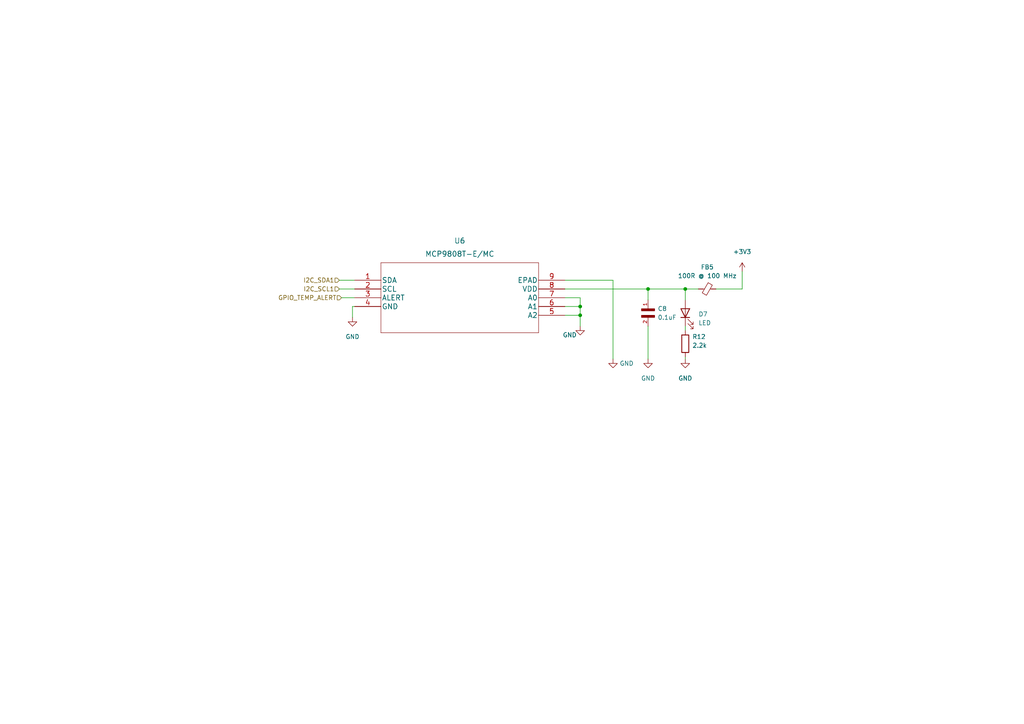
<source format=kicad_sch>
(kicad_sch (version 20211123) (generator eeschema)
  (paper "A4")
  (lib_symbols
    (symbol "Daughterboard_Symbols:CL10B104KB8NNNL" (pin_names (offset 1.016) hide)
      (property "Reference" "C" (at 0 3.81 0))
      (property "Value" "CL10B104KB8NNNL" (at 0 -5.08 0))
      (symbol "CL10B104KB8NNNL_0_0"
        (rectangle (start 0 -1.905) (end 0.635 1.905) (fill (type outline)))
        (rectangle (start 1.905 -1.905) (end 2.54 1.905) (fill (type outline)))
        (pin passive line (at -2.54 0 0) (length 2.54) (name "~") (number "1"))
        (pin passive line (at 5.08 0 180) (length 2.54) (name "~") (number "2"))
      )
    )
    (symbol "Daughterboard_Symbols:MCP9808T-E{brace}slash}MC" (pin_names (offset 0.254))
      (property "Reference" "U" (at 30.48 10.16 0))
      (property "Value" "MCP9808T-E{brace}slash}MC" (at 30.48 7.62 0))
      (symbol "MCP9808T-E{brace}slash}MC_1_1"
        (polyline (pts (xy 7.62 -15.24) (xy 53.34 -15.24)) (stroke (width 0.127)))
        (polyline (pts (xy 7.62 5.08) (xy 7.62 -15.24)) (stroke (width 0.127)))
        (polyline (pts (xy 53.34 -15.24) (xy 53.34 5.08)) (stroke (width 0.127)))
        (polyline (pts (xy 53.34 5.08) (xy 7.62 5.08)) (stroke (width 0.127)))
        (pin unspecified line (at 0 0 0) (length 7.62) (name "SDA") (number "1"))
        (pin unspecified line (at 0 -2.54 0) (length 7.62) (name "SCL") (number "2"))
        (pin output line (at 0 -5.08 0) (length 7.62) (name "ALERT") (number "3"))
        (pin power_in line (at 0 -7.62 0) (length 7.62) (name "GND") (number "4"))
        (pin unspecified line (at 60.96 -10.16 180) (length 7.62) (name "A2") (number "5"))
        (pin unspecified line (at 60.96 -7.62 180) (length 7.62) (name "A1") (number "6"))
        (pin unspecified line (at 60.96 -5.08 180) (length 7.62) (name "A0") (number "7"))
        (pin power_in line (at 60.96 -2.54 180) (length 7.62) (name "VDD") (number "8"))
        (pin unspecified line (at 60.96 0 180) (length 7.62) (name "EPAD") (number "9"))
      )
    )
    (symbol "Device:FerriteBead_Small" (pin_numbers hide) (pin_names (offset 0))
      (property "Reference" "FB" (at 1.905 1.27 0))
      (property "Value" "FerriteBead_Small" (at 1.905 -1.27 0))
      (symbol "FerriteBead_Small_0_1"
        (polyline (pts (xy 0 -1.27) (xy 0 -0.7874)))
        (polyline (pts (xy 0 0.889) (xy 0 1.2954)))
        (polyline (pts (xy -1.8288 0.2794) (xy -1.1176 1.4986) (xy 1.8288 -0.2032) (xy 1.1176 -1.4224) (xy -1.8288 0.2794)))
      )
      (symbol "FerriteBead_Small_1_1"
        (pin passive line (at 0 2.54 270) (length 1.27) (name "~") (number "1"))
        (pin passive line (at 0 -2.54 90) (length 1.27) (name "~") (number "2"))
      )
    )
    (symbol "Device:LED" (pin_numbers hide) (pin_names (offset 1.016) hide)
      (property "Reference" "D" (at 0 2.54 0))
      (property "Value" "LED" (at 0 -2.54 0))
      (symbol "LED_0_1"
        (polyline (pts (xy -1.27 -1.27) (xy -1.27 1.27)) (stroke (width 0.254)))
        (polyline (pts (xy -1.27 0) (xy 1.27 0)))
        (polyline (pts (xy 1.27 -1.27) (xy 1.27 1.27) (xy -1.27 0) (xy 1.27 -1.27)) (stroke (width 0.254)))
        (polyline (pts (xy -3.048 -0.762) (xy -4.572 -2.286) (xy -3.81 -2.286) (xy -4.572 -2.286) (xy -4.572 -1.524)))
        (polyline (pts (xy -1.778 -0.762) (xy -3.302 -2.286) (xy -2.54 -2.286) (xy -3.302 -2.286) (xy -3.302 -1.524)))
      )
      (symbol "LED_1_1"
        (pin passive line (at -3.81 0 0) (length 2.54) (name "K") (number "1"))
        (pin passive line (at 3.81 0 180) (length 2.54) (name "A") (number "2"))
      )
    )
    (symbol "Device:R" (pin_numbers hide) (pin_names (offset 0))
      (property "Reference" "R" (at 2.032 0 90))
      (property "Value" "R" (at 0 0 90))
      (symbol "R_0_1"
        (rectangle (start -1.016 -2.54) (end 1.016 2.54) (stroke (width 0.254)))
      )
      (symbol "R_1_1"
        (pin passive line (at 0 3.81 270) (length 1.27) (name "~") (number "1"))
        (pin passive line (at 0 -3.81 90) (length 1.27) (name "~") (number "2"))
      )
    )
    (symbol "power:+3V3" (power) (pin_names (offset 0))
      (property "Value" "+3V3" (at 0 3.556 0))
      (symbol "+3V3_0_1"
        (polyline (pts (xy -0.762 1.27) (xy 0 2.54)))
        (polyline (pts (xy 0 0) (xy 0 2.54)))
        (polyline (pts (xy 0 2.54) (xy 0.762 1.27)))
      )
      (symbol "+3V3_1_1"
        (pin power_in line (at 0 0 90) (length 0) hide (name "+3V3") (number "1"))
      )
    )
    (symbol "power:GND" (power) (pin_names (offset 0))
      (property "Value" "GND" (at 0 -3.81 0))
      (symbol "GND_0_1"
        (polyline (pts (xy 0 0) (xy 0 -1.27) (xy 1.27 -1.27) (xy 0 -2.54) (xy -1.27 -1.27) (xy 0 -1.27)))
      )
      (symbol "GND_1_1"
        (pin power_in line (at 0 0 270) (length 0) hide (name "GND") (number "1"))
      )
    )
  )
  (junction (at 168.275 88.9))
  (junction (at 198.755 83.82))
  (junction (at 187.96 83.82))
  (junction (at 168.275 91.44))
  (wire (pts (xy 98.425 83.82) (xy 102.87 83.82)))
  (wire (pts (xy 177.8 81.28) (xy 177.8 104.14)))
  (wire (pts (xy 187.96 94.615) (xy 187.96 104.14)))
  (wire (pts (xy 215.265 83.82) (xy 207.645 83.82)))
  (wire (pts (xy 163.83 81.28) (xy 177.8 81.28)))
  (wire (pts (xy 102.235 88.9) (xy 102.235 92.075)))
  (wire (pts (xy 163.83 86.36) (xy 168.275 86.36)))
  (wire (pts (xy 168.275 86.36) (xy 168.275 88.9)))
  (wire (pts (xy 98.425 81.28) (xy 102.87 81.28)))
  (wire (pts (xy 198.755 83.82) (xy 198.755 86.995)))
  (wire (pts (xy 163.83 88.9) (xy 168.275 88.9)))
  (wire (pts (xy 102.87 88.9) (xy 102.235 88.9)))
  (wire (pts (xy 168.275 91.44) (xy 168.275 94.615)))
  (wire (pts (xy 163.83 91.44) (xy 168.275 91.44)))
  (wire (pts (xy 198.755 103.505) (xy 198.755 104.14)))
  (wire (pts (xy 215.265 78.74) (xy 215.265 83.82)))
  (wire (pts (xy 187.96 86.995) (xy 187.96 83.82)))
  (wire (pts (xy 168.275 88.9) (xy 168.275 91.44)))
  (wire (pts (xy 163.83 83.82) (xy 187.96 83.82)))
  (wire (pts (xy 202.565 83.82) (xy 198.755 83.82)))
  (wire (pts (xy 99.06 86.36) (xy 102.87 86.36)))
  (wire (pts (xy 198.755 94.615) (xy 198.755 95.885)))
  (wire (pts (xy 187.96 83.82) (xy 198.755 83.82)))
  (hierarchical_label "I2C_SDA1" (shape input) (at 98.425 81.28 180))
  (hierarchical_label "I2C_SCL1" (shape input) (at 98.425 83.82 180))
  (hierarchical_label "GPIO_TEMP_ALERT" (shape input) (at 99.06 86.36 180))
  (symbol (lib_id "Daughterboard_Symbols:MCP9808T-E{brace}slash}MC") (at 102.87 81.28 0) (unit 1)
    (property "Reference" "U6" (at 133.35 69.85 0) (effects (font (size 1.524 1.524))))
    (property "Value" "MCP9808T-E{slash}MC" (at 133.35 73.66 0) (effects (font (size 1.524 1.524))))
    (property "Footprint" "qset-footprints:MCP9808T-E&slash_MC" (effects hide))
  )
  (symbol (lib_id "Device:R") (at 198.755 99.695 0) (unit 1)
    (property "Reference" "R12" (at 200.787 97.6629 0) (effects (justify left)))
    (property "Value" "2.2k" (at 200.787 100.2029 0) (effects (justify left)))
    (property "Footprint" "Resistor_SMD:R_0603_1608Metric" (effects hide))
  )
  (symbol (lib_id "Device:FerriteBead_Small") (at 205.105 83.82 270) (unit 1)
    (property "Reference" "FB5" (at 205.1431 77.47 90))
    (property "Value" "100R @ 100 MHz" (at 205.1431 80.01 90))
    (property "Footprint" "Inductor_SMD:L_0603_1608Metric" (effects hide))
  )
  (symbol (lib_id "power:GND") (at 198.755 104.14 0) (unit 1)
    (property "Reference" "#PWR0153" (effects hide))
    (property "Value" "GND" (at 198.755 109.728 0))
  )
  (symbol (lib_id "Device:LED") (at 198.755 90.805 90) (unit 1)
    (property "Reference" "D7" (at 202.565 91.1224 90) (effects (justify right)))
    (property "Value" "LED" (at 202.565 93.6624 90) (effects (justify right)))
    (property "Footprint" "LED_SMD:LED_0603_1608Metric" (effects hide))
  )
  (symbol (lib_id "power:GND") (at 187.96 104.14 0) (unit 1)
    (property "Reference" "#PWR0154" (effects hide))
    (property "Value" "GND" (at 187.96 109.728 0))
  )
  (symbol (lib_id "power:+3V3") (at 215.265 78.74 0) (unit 1)
    (property "Reference" "#PWR0152" (effects hide))
    (property "Value" "+3V3" (at 215.265 73.025 0))
  )
  (symbol (lib_id "Daughterboard_Symbols:CL10B104KB8NNNL") (at 187.96 89.535 270) (unit 1)
    (property "Reference" "C8" (at 190.754 89.5349 90) (effects (justify left)))
    (property "Value" "0.1uF" (at 190.754 92.0749 90) (effects (justify left)))
    (property "Footprint" "Capacitor_SMD:C_0603_1608Metric" (effects hide))
  )
  (symbol (lib_id "power:GND") (at 177.8 104.14 0) (unit 1)
    (property "Reference" "#PWR0151" (effects hide))
    (property "Value" "GND" (at 179.705 105.4099 0) (effects (justify left)))
  )
  (symbol (lib_id "power:GND") (at 168.275 94.615 0) (unit 1)
    (property "Reference" "#PWR0150" (effects hide))
    (property "Value" "GND" (at 163.195 97.155 0) (effects (justify left)))
  )
  (symbol (lib_id "power:GND") (at 102.235 92.075 0) (unit 1)
    (property "Reference" "#PWR0149" (effects hide))
    (property "Value" "GND" (at 102.235 97.663 0))
  )
)
</source>
